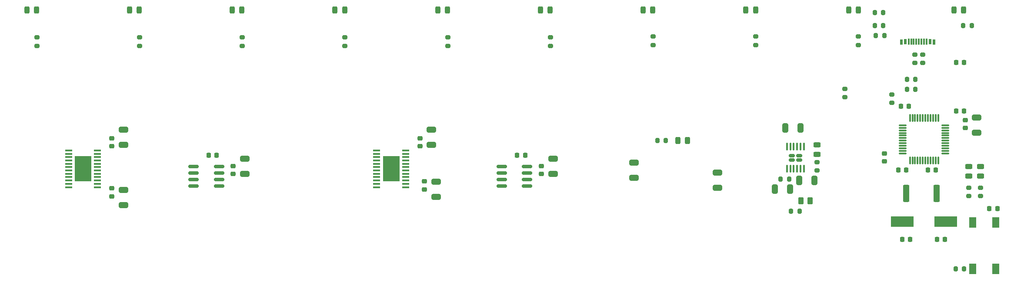
<source format=gbr>
%TF.GenerationSoftware,KiCad,Pcbnew,7.0.1*%
%TF.CreationDate,2023-03-28T01:42:18+03:00*%
%TF.ProjectId,top_controller,746f705f-636f-46e7-9472-6f6c6c65722e,rev?*%
%TF.SameCoordinates,Original*%
%TF.FileFunction,Paste,Top*%
%TF.FilePolarity,Positive*%
%FSLAX46Y46*%
G04 Gerber Fmt 4.6, Leading zero omitted, Abs format (unit mm)*
G04 Created by KiCad (PCBNEW 7.0.1) date 2023-03-28 01:42:18*
%MOMM*%
%LPD*%
G01*
G04 APERTURE LIST*
G04 Aperture macros list*
%AMRoundRect*
0 Rectangle with rounded corners*
0 $1 Rounding radius*
0 $2 $3 $4 $5 $6 $7 $8 $9 X,Y pos of 4 corners*
0 Add a 4 corners polygon primitive as box body*
4,1,4,$2,$3,$4,$5,$6,$7,$8,$9,$2,$3,0*
0 Add four circle primitives for the rounded corners*
1,1,$1+$1,$2,$3*
1,1,$1+$1,$4,$5*
1,1,$1+$1,$6,$7*
1,1,$1+$1,$8,$9*
0 Add four rect primitives between the rounded corners*
20,1,$1+$1,$2,$3,$4,$5,0*
20,1,$1+$1,$4,$5,$6,$7,0*
20,1,$1+$1,$6,$7,$8,$9,0*
20,1,$1+$1,$8,$9,$2,$3,0*%
G04 Aperture macros list end*
%ADD10RoundRect,0.225000X0.250000X-0.225000X0.250000X0.225000X-0.250000X0.225000X-0.250000X-0.225000X0*%
%ADD11RoundRect,0.225000X0.225000X0.250000X-0.225000X0.250000X-0.225000X-0.250000X0.225000X-0.250000X0*%
%ADD12RoundRect,0.243750X0.243750X0.456250X-0.243750X0.456250X-0.243750X-0.456250X0.243750X-0.456250X0*%
%ADD13R,1.473200X0.355600*%
%ADD14R,3.251200X5.029200*%
%ADD15RoundRect,0.250000X0.650000X-0.325000X0.650000X0.325000X-0.650000X0.325000X-0.650000X-0.325000X0*%
%ADD16RoundRect,0.200000X0.200000X0.275000X-0.200000X0.275000X-0.200000X-0.275000X0.200000X-0.275000X0*%
%ADD17RoundRect,0.200000X-0.275000X0.200000X-0.275000X-0.200000X0.275000X-0.200000X0.275000X0.200000X0*%
%ADD18RoundRect,0.150000X0.825000X0.150000X-0.825000X0.150000X-0.825000X-0.150000X0.825000X-0.150000X0*%
%ADD19RoundRect,0.243750X-0.243750X-0.456250X0.243750X-0.456250X0.243750X0.456250X-0.243750X0.456250X0*%
%ADD20RoundRect,0.225000X-0.225000X-0.250000X0.225000X-0.250000X0.225000X0.250000X-0.225000X0.250000X0*%
%ADD21RoundRect,0.200000X-0.200000X-0.275000X0.200000X-0.275000X0.200000X0.275000X-0.200000X0.275000X0*%
%ADD22RoundRect,0.243750X0.456250X-0.243750X0.456250X0.243750X-0.456250X0.243750X-0.456250X-0.243750X0*%
%ADD23R,4.500000X2.000000*%
%ADD24RoundRect,0.200000X0.275000X-0.200000X0.275000X0.200000X-0.275000X0.200000X-0.275000X-0.200000X0*%
%ADD25RoundRect,0.225000X-0.250000X0.225000X-0.250000X-0.225000X0.250000X-0.225000X0.250000X0.225000X0*%
%ADD26RoundRect,0.167500X-0.407500X0.167500X-0.407500X-0.167500X0.407500X-0.167500X0.407500X0.167500X0*%
%ADD27RoundRect,0.100000X-0.100000X0.625000X-0.100000X-0.625000X0.100000X-0.625000X0.100000X0.625000X0*%
%ADD28RoundRect,0.250000X-0.362500X-1.425000X0.362500X-1.425000X0.362500X1.425000X-0.362500X1.425000X0*%
%ADD29RoundRect,0.075000X0.075000X-0.662500X0.075000X0.662500X-0.075000X0.662500X-0.075000X-0.662500X0*%
%ADD30RoundRect,0.075000X0.662500X-0.075000X0.662500X0.075000X-0.662500X0.075000X-0.662500X-0.075000X0*%
%ADD31RoundRect,0.250000X0.325000X0.650000X-0.325000X0.650000X-0.325000X-0.650000X0.325000X-0.650000X0*%
%ADD32R,0.600000X1.071260*%
%ADD33R,0.600000X1.099200*%
%ADD34R,0.300000X1.150000*%
%ADD35R,1.400000X2.100000*%
%ADD36RoundRect,0.250000X-0.650000X0.325000X-0.650000X-0.325000X0.650000X-0.325000X0.650000X0.325000X0*%
%ADD37RoundRect,0.243750X-0.456250X0.243750X-0.456250X-0.243750X0.456250X-0.243750X0.456250X0.243750X0*%
%ADD38RoundRect,0.250000X0.262500X0.450000X-0.262500X0.450000X-0.262500X-0.450000X0.262500X-0.450000X0*%
G04 APERTURE END LIST*
D10*
%TO.C,C28*%
X89250000Y-64025000D03*
X89250000Y-62475000D03*
%TD*%
D11*
%TO.C,C3*%
X227800000Y-76750000D03*
X226250000Y-76750000D03*
%TD*%
D12*
%TO.C,D10*%
X50937500Y-32000000D03*
X49062500Y-32000000D03*
%TD*%
D13*
%TO.C,U3*%
X117180600Y-59418600D03*
X117180600Y-60079000D03*
X117180600Y-60714000D03*
X117180600Y-61374400D03*
X117180600Y-62034800D03*
X117180600Y-62669800D03*
X117180600Y-63330200D03*
X117180600Y-63965200D03*
X117180600Y-64625600D03*
X117180600Y-65286000D03*
X117180600Y-65921000D03*
X117180600Y-66581400D03*
X122819400Y-66581400D03*
X122819400Y-65921000D03*
X122819400Y-65286000D03*
X122819400Y-64625600D03*
X122819400Y-63965200D03*
X122819400Y-63330200D03*
X122819400Y-62669800D03*
X122819400Y-62034800D03*
X122819400Y-61374400D03*
X122819400Y-60714000D03*
X122819400Y-60079000D03*
X122819400Y-59418600D03*
D14*
X120000000Y-63000000D03*
%TD*%
D15*
%TO.C,C26*%
X183500000Y-66725000D03*
X183500000Y-63775000D03*
%TD*%
D11*
%TO.C,C7*%
X220775000Y-50750000D03*
X219225000Y-50750000D03*
%TD*%
D10*
%TO.C,C8*%
X231750000Y-55025000D03*
X231750000Y-53475000D03*
%TD*%
D16*
%TO.C,R10*%
X222075000Y-45500000D03*
X220425000Y-45500000D03*
%TD*%
D17*
%TO.C,R11*%
X232500000Y-66675000D03*
X232500000Y-68325000D03*
%TD*%
D18*
%TO.C,U7*%
X86475000Y-66405000D03*
X86475000Y-65135000D03*
X86475000Y-63865000D03*
X86475000Y-62595000D03*
X81525000Y-62595000D03*
X81525000Y-63865000D03*
X81525000Y-65135000D03*
X81525000Y-66405000D03*
%TD*%
D17*
%TO.C,R15*%
X151000000Y-37350000D03*
X151000000Y-39000000D03*
%TD*%
D12*
%TO.C,D12*%
X231437500Y-32000000D03*
X229562500Y-32000000D03*
%TD*%
D15*
%TO.C,C20*%
X127834300Y-58309300D03*
X127834300Y-55359300D03*
%TD*%
D12*
%TO.C,D3*%
X190937500Y-32000000D03*
X189062500Y-32000000D03*
%TD*%
D19*
%TO.C,D13*%
X209062500Y-32000000D03*
X210937500Y-32000000D03*
%TD*%
D20*
%TO.C,C6*%
X218750000Y-63250000D03*
X220300000Y-63250000D03*
%TD*%
D21*
%TO.C,R2*%
X229925000Y-82500000D03*
X231575000Y-82500000D03*
%TD*%
D22*
%TO.C,D1*%
X232500000Y-64437500D03*
X232500000Y-62562500D03*
%TD*%
D13*
%TO.C,U4*%
X57180600Y-59418600D03*
X57180600Y-60079000D03*
X57180600Y-60714000D03*
X57180600Y-61374400D03*
X57180600Y-62034800D03*
X57180600Y-62669800D03*
X57180600Y-63330200D03*
X57180600Y-63965200D03*
X57180600Y-64625600D03*
X57180600Y-65286000D03*
X57180600Y-65921000D03*
X57180600Y-66581400D03*
X62819400Y-66581400D03*
X62819400Y-65921000D03*
X62819400Y-65286000D03*
X62819400Y-64625600D03*
X62819400Y-63965200D03*
X62819400Y-63330200D03*
X62819400Y-62669800D03*
X62819400Y-62034800D03*
X62819400Y-61374400D03*
X62819400Y-60714000D03*
X62819400Y-60079000D03*
X62819400Y-59418600D03*
D14*
X60000000Y-63000000D03*
%TD*%
D20*
%TO.C,C5*%
X229975000Y-42250000D03*
X231525000Y-42250000D03*
%TD*%
D12*
%TO.C,D14*%
X177687500Y-57500000D03*
X175812500Y-57500000D03*
%TD*%
%TO.C,D4*%
X170937500Y-32000000D03*
X169062500Y-32000000D03*
%TD*%
%TO.C,D9*%
X70937500Y-32000000D03*
X69062500Y-32000000D03*
%TD*%
D17*
%TO.C,R26*%
X211000000Y-37175000D03*
X211000000Y-38825000D03*
%TD*%
D23*
%TO.C,Y1*%
X219500000Y-73300000D03*
X228000000Y-73300000D03*
%TD*%
D10*
%TO.C,C25*%
X65584300Y-58609300D03*
X65584300Y-57059300D03*
%TD*%
D17*
%TO.C,R20*%
X51000000Y-37350000D03*
X51000000Y-39000000D03*
%TD*%
D15*
%TO.C,C12*%
X128750000Y-68475000D03*
X128750000Y-65525000D03*
%TD*%
D16*
%TO.C,R23*%
X197495000Y-65000000D03*
X195845000Y-65000000D03*
%TD*%
%TO.C,R4*%
X216000000Y-37000000D03*
X214350000Y-37000000D03*
%TD*%
D24*
%TO.C,R21*%
X202920000Y-63325000D03*
X202920000Y-61675000D03*
%TD*%
D12*
%TO.C,D8*%
X90937500Y-32000000D03*
X89062500Y-32000000D03*
%TD*%
D16*
%TO.C,R25*%
X199495000Y-71250000D03*
X197845000Y-71250000D03*
%TD*%
D10*
%TO.C,C16*%
X149250000Y-64025000D03*
X149250000Y-62475000D03*
%TD*%
D25*
%TO.C,C10*%
X216000000Y-59975000D03*
X216000000Y-61525000D03*
%TD*%
D16*
%TO.C,R29*%
X173462500Y-57500000D03*
X171812500Y-57500000D03*
%TD*%
D12*
%TO.C,D5*%
X150937500Y-32000000D03*
X149062500Y-32000000D03*
%TD*%
D10*
%TO.C,C22*%
X125584300Y-58609300D03*
X125584300Y-57059300D03*
%TD*%
D26*
%TO.C,U2*%
X199420000Y-60430000D03*
X198000000Y-60430000D03*
X199420000Y-61250000D03*
X198000000Y-61250000D03*
D27*
X200335000Y-58690000D03*
X199685000Y-58690000D03*
X199035000Y-58690000D03*
X198385000Y-58690000D03*
X197735000Y-58690000D03*
X197085000Y-58690000D03*
X197085000Y-62990000D03*
X197735000Y-62990000D03*
X198385000Y-62990000D03*
X199035000Y-62990000D03*
X199685000Y-62990000D03*
X200335000Y-62990000D03*
%TD*%
D16*
%TO.C,R8*%
X215825000Y-32500000D03*
X214175000Y-32500000D03*
%TD*%
D17*
%TO.C,R18*%
X91000000Y-37350000D03*
X91000000Y-39000000D03*
%TD*%
D20*
%TO.C,C4*%
X236475000Y-70750000D03*
X238025000Y-70750000D03*
%TD*%
%TO.C,C9*%
X224475000Y-63250000D03*
X226025000Y-63250000D03*
%TD*%
D17*
%TO.C,R30*%
X217500000Y-48475000D03*
X217500000Y-50125000D03*
%TD*%
D15*
%TO.C,C11*%
X234000000Y-55975000D03*
X234000000Y-53025000D03*
%TD*%
D28*
%TO.C,R3*%
X220287500Y-67800000D03*
X226212500Y-67800000D03*
%TD*%
D25*
%TO.C,C23*%
X65584300Y-66809300D03*
X65584300Y-68359300D03*
%TD*%
D29*
%TO.C,U1*%
X221000000Y-61412500D03*
X221500000Y-61412500D03*
X222000000Y-61412500D03*
X222500000Y-61412500D03*
X223000000Y-61412500D03*
X223500000Y-61412500D03*
X224000000Y-61412500D03*
X224500000Y-61412500D03*
X225000000Y-61412500D03*
X225500000Y-61412500D03*
X226000000Y-61412500D03*
X226500000Y-61412500D03*
D30*
X227912500Y-60000000D03*
X227912500Y-59500000D03*
X227912500Y-59000000D03*
X227912500Y-58500000D03*
X227912500Y-58000000D03*
X227912500Y-57500000D03*
X227912500Y-57000000D03*
X227912500Y-56500000D03*
X227912500Y-56000000D03*
X227912500Y-55500000D03*
X227912500Y-55000000D03*
X227912500Y-54500000D03*
D29*
X226500000Y-53087500D03*
X226000000Y-53087500D03*
X225500000Y-53087500D03*
X225000000Y-53087500D03*
X224500000Y-53087500D03*
X224000000Y-53087500D03*
X223500000Y-53087500D03*
X223000000Y-53087500D03*
X222500000Y-53087500D03*
X222000000Y-53087500D03*
X221500000Y-53087500D03*
X221000000Y-53087500D03*
D30*
X219587500Y-54500000D03*
X219587500Y-55000000D03*
X219587500Y-55500000D03*
X219587500Y-56000000D03*
X219587500Y-56500000D03*
X219587500Y-57000000D03*
X219587500Y-57500000D03*
X219587500Y-58000000D03*
X219587500Y-58500000D03*
X219587500Y-59000000D03*
X219587500Y-59500000D03*
X219587500Y-60000000D03*
%TD*%
D17*
%TO.C,R17*%
X111000000Y-37350000D03*
X111000000Y-39000000D03*
%TD*%
D18*
%TO.C,U5*%
X146475000Y-66405000D03*
X146475000Y-65135000D03*
X146475000Y-63865000D03*
X146475000Y-62595000D03*
X141525000Y-62595000D03*
X141525000Y-63865000D03*
X141525000Y-65135000D03*
X141525000Y-66405000D03*
%TD*%
D20*
%TO.C,C30*%
X86025000Y-60350000D03*
X84475000Y-60350000D03*
%TD*%
D31*
%TO.C,C15*%
X197645000Y-67000000D03*
X194695000Y-67000000D03*
%TD*%
D32*
%TO.C,J10*%
X225700000Y-38219370D03*
D33*
X224900000Y-38205400D03*
D34*
X223750000Y-38180000D03*
X222750000Y-38180000D03*
X222250000Y-38180000D03*
X221250000Y-38180000D03*
D33*
X220100000Y-38205400D03*
D32*
X219300000Y-38219370D03*
X219300000Y-38219370D03*
D33*
X220100000Y-38205400D03*
D34*
X220750000Y-38180000D03*
X221750000Y-38180000D03*
X223250000Y-38180000D03*
X224250000Y-38180000D03*
D33*
X224900000Y-38205400D03*
D32*
X225700000Y-38219370D03*
%TD*%
D12*
%TO.C,D7*%
X110937500Y-32000000D03*
X109062500Y-32000000D03*
%TD*%
D17*
%TO.C,R1*%
X208300000Y-47375000D03*
X208300000Y-49025000D03*
%TD*%
D20*
%TO.C,C2*%
X219475000Y-76750000D03*
X221025000Y-76750000D03*
%TD*%
D17*
%TO.C,R14*%
X171000000Y-37175000D03*
X171000000Y-38825000D03*
%TD*%
D22*
%TO.C,D2*%
X234750000Y-64437500D03*
X234750000Y-62562500D03*
%TD*%
D20*
%TO.C,C18*%
X144525000Y-60350000D03*
X146075000Y-60350000D03*
%TD*%
D16*
%TO.C,R22*%
X233025000Y-35000000D03*
X231375000Y-35000000D03*
%TD*%
D17*
%TO.C,R6*%
X222000000Y-40675000D03*
X222000000Y-42325000D03*
%TD*%
%TO.C,R13*%
X191000000Y-37175000D03*
X191000000Y-38825000D03*
%TD*%
%TO.C,R19*%
X71000000Y-37350000D03*
X71000000Y-39000000D03*
%TD*%
D10*
%TO.C,C13*%
X126500000Y-67025000D03*
X126500000Y-65475000D03*
%TD*%
D16*
%TO.C,R7*%
X222075000Y-47500000D03*
X220425000Y-47500000D03*
%TD*%
D35*
%TO.C,SW1*%
X237750000Y-73450000D03*
X237750000Y-82550000D03*
X233250000Y-73450000D03*
X233250000Y-82550000D03*
%TD*%
D36*
%TO.C,C21*%
X67834300Y-67109300D03*
X67834300Y-70059300D03*
%TD*%
D37*
%TO.C,D11*%
X202920000Y-58312500D03*
X202920000Y-60187500D03*
%TD*%
D17*
%TO.C,R16*%
X131000000Y-37350000D03*
X131000000Y-39000000D03*
%TD*%
%TO.C,R12*%
X234750000Y-66675000D03*
X234750000Y-68325000D03*
%TD*%
D15*
%TO.C,C27*%
X167250000Y-64725000D03*
X167250000Y-61775000D03*
%TD*%
D20*
%TO.C,C1*%
X229975000Y-51750000D03*
X231525000Y-51750000D03*
%TD*%
D15*
%TO.C,C17*%
X151500000Y-63975000D03*
X151500000Y-61025000D03*
%TD*%
D31*
%TO.C,C14*%
X199670000Y-55000000D03*
X196720000Y-55000000D03*
%TD*%
D12*
%TO.C,D6*%
X130937500Y-32000000D03*
X129062500Y-32000000D03*
%TD*%
D15*
%TO.C,C29*%
X91500000Y-63975000D03*
X91500000Y-61025000D03*
%TD*%
D31*
%TO.C,C19*%
X202395000Y-65250000D03*
X199445000Y-65250000D03*
%TD*%
D15*
%TO.C,C24*%
X67834300Y-58309300D03*
X67834300Y-55359300D03*
%TD*%
D21*
%TO.C,R9*%
X214175000Y-35000000D03*
X215825000Y-35000000D03*
%TD*%
D17*
%TO.C,R5*%
X223500000Y-40675000D03*
X223500000Y-42325000D03*
%TD*%
D38*
%TO.C,R24*%
X201582500Y-69250000D03*
X199757500Y-69250000D03*
%TD*%
M02*

</source>
